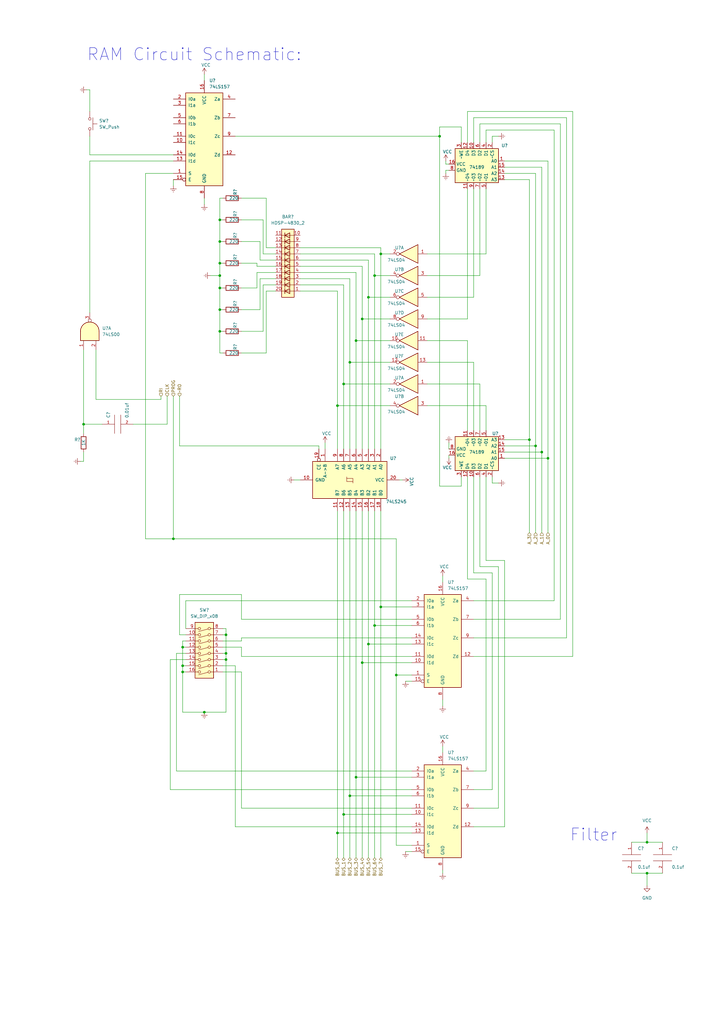
<source format=kicad_sch>
(kicad_sch (version 20211123) (generator eeschema)
  (paper "A3" portrait)
  (lib_symbols
    (symbol "74189_1"
      (property "Reference" "U?" (at -5.08 0 90))
      (property "Value" "74189" (at 2.54 -11.43 90))
      (symbol "74189_1_1_0"
        (pin output line (at 0 0 270) (length 2.54) (name "A0") (number "1"))
        (pin output line (at 7.62 0 270) (length 2.54) (name "A3") (number "13"))
        (pin output line (at 5.08 0 270) (length 2.54) (name "A2") (number "14"))
        (pin output line (at 2.54 0 270) (length 2.54) (name "A1") (number "15"))
        (pin input line (at 1.27 -22.86 90) (length 2.54) (name "VCC") (number "16"))
        (pin input line (at 3.81 -22.86 90) (length 2.54) (name "GND") (number "8"))
      )
      (symbol "74189_1_1_1"
        (pin input line (at -7.62 -12.7 0) (length 2.54) (name "D3") (number "10"))
        (pin output line (at 11.43 -15.24 180) (length 2.54) (name "~04") (number "11"))
        (pin input line (at -7.62 -15.24 0) (length 2.54) (name "D4") (number "12"))
        (pin input line (at -7.62 -5.08 0) (length 2.54) (name "~CS") (number "2"))
        (pin input line (at -7.62 -17.78 0) (length 2.54) (name "~WE") (number "3"))
        (pin input line (at -7.62 -7.62 0) (length 2.54) (name "D1") (number "4"))
        (pin output line (at 11.43 -7.62 180) (length 2.54) (name "~01") (number "5"))
        (pin input line (at -7.62 -10.16 0) (length 2.54) (name "D2") (number "6"))
        (pin output line (at 11.43 -10.16 180) (length 2.54) (name "~02") (number "7"))
        (pin output line (at 11.43 -12.7 180) (length 2.54) (name "~03") (number "9"))
      )
    )
    (symbol "74189_2"
      (property "Reference" "U?" (at -1.27 11.43 90))
      (property "Value" "74189_2" (at 2.54 -11.43 90))
      (symbol "74189_2_1_0"
        (pin output line (at 0 0 270) (length 2.54) (name "A0") (number "1"))
        (pin output line (at 7.62 0 270) (length 2.54) (name "A3") (number "13"))
        (pin output line (at 5.08 0 270) (length 2.54) (name "A2") (number "14"))
        (pin output line (at 2.54 0 270) (length 2.54) (name "A1") (number "15"))
        (pin input line (at 1.27 -22.86 90) (length 2.54) (name "VCC") (number "16"))
        (pin input line (at 3.81 -22.86 90) (length 2.54) (name "GND") (number "8"))
      )
      (symbol "74189_2_1_1"
        (pin input line (at -7.62 -12.7 0) (length 2.54) (name "D3") (number "10"))
        (pin output line (at 11.43 -15.24 180) (length 2.54) (name "~04") (number "11"))
        (pin input line (at -7.62 -15.24 0) (length 2.54) (name "D4") (number "12"))
        (pin input line (at -7.62 -5.08 0) (length 2.54) (name "~CS") (number "2"))
        (pin input line (at -7.62 -17.78 0) (length 2.54) (name "~WE") (number "3"))
        (pin input line (at -7.62 -7.62 0) (length 2.54) (name "D1") (number "4"))
        (pin output line (at 11.43 -7.62 180) (length 2.54) (name "~01") (number "5"))
        (pin input line (at -7.62 -10.16 0) (length 2.54) (name "D2") (number "6"))
        (pin output line (at 11.43 -10.16 180) (length 2.54) (name "~02") (number "7"))
        (pin output line (at 11.43 -12.7 180) (length 2.54) (name "~03") (number "9"))
      )
    )
    (symbol "74LS157_1" (pin_names (offset 1.016))
      (property "Reference" "U?" (at 2.0194 22.86 0))
      (property "Value" "74LS157_1" (at 2.0194 20.32 0))
      (symbol "74LS157_1_1_0"
        (pin input line (at -12.7 -15.24 0) (length 5.08) (name "S") (number "1"))
        (pin input line (at -12.7 -10.16 0) (length 5.08) (name "I1d") (number "10"))
        (pin input line (at -12.7 -7.62 0) (length 5.08) (name "I0d") (number "11"))
        (pin output line (at 12.7 -7.62 180) (length 5.08) (name "Zd") (number "12"))
        (pin input line (at -12.7 -2.54 0) (length 5.08) (name "I1c") (number "13"))
        (pin input line (at -12.7 0 0) (length 5.08) (name "I0c") (number "14"))
        (pin input inverted (at -12.7 -17.78 0) (length 5.08) (name "E") (number "15"))
        (pin power_in line (at 0 22.86 270) (length 5.08) (name "VCC") (number "16"))
        (pin input line (at -12.7 15.24 0) (length 5.08) (name "I0a") (number "2"))
        (pin input line (at -12.7 12.7 0) (length 5.08) (name "I1a") (number "3"))
        (pin output line (at 12.7 15.24 180) (length 5.08) (name "Za") (number "4"))
        (pin input line (at -12.7 7.62 0) (length 5.08) (name "I0b") (number "5"))
        (pin input line (at -12.7 5.08 0) (length 5.08) (name "I1b") (number "6"))
        (pin output line (at 12.7 7.62 180) (length 5.08) (name "Zb") (number "7"))
        (pin power_in line (at 0 -25.4 90) (length 5.08) (name "GND") (number "8"))
        (pin output line (at 12.7 0 180) (length 5.08) (name "Zc") (number "9"))
      )
    )
    (symbol "74xx:74LS00" (pin_names (offset 1.016))
      (property "Reference" "U" (at 0 1.27 0))
      (property "Value" "74LS00" (at 0 -1.27 0))
      (symbol "74LS00_1_1"
        (pin input line (at -7.62 2.54 0) (length 3.81) (name "~") (number "1"))
        (pin input line (at -7.62 -2.54 0) (length 3.81) (name "~") (number "2"))
        (pin output inverted (at 7.62 0 180) (length 3.81) (name "~") (number "3"))
      )
      (symbol "74LS00_1_2"
        (pin input inverted (at -7.62 2.54 0) (length 4.318) (name "~") (number "1"))
        (pin input inverted (at -7.62 -2.54 0) (length 4.318) (name "~") (number "2"))
        (pin output line (at 7.62 0 180) (length 3.81) (name "~") (number "3"))
      )
      (symbol "74LS00_2_1"
        (pin input line (at -7.62 2.54 0) (length 3.81) (name "~") (number "4"))
        (pin input line (at -7.62 -2.54 0) (length 3.81) (name "~") (number "5"))
        (pin output inverted (at 7.62 0 180) (length 3.81) (name "~") (number "6"))
      )
      (symbol "74LS00_2_2"
        (pin input inverted (at -7.62 2.54 0) (length 4.318) (name "~") (number "4"))
        (pin input inverted (at -7.62 -2.54 0) (length 4.318) (name "~") (number "5"))
        (pin output line (at 7.62 0 180) (length 3.81) (name "~") (number "6"))
      )
      (symbol "74LS00_3_1"
        (pin input line (at -7.62 -2.54 0) (length 3.81) (name "~") (number "10"))
        (pin output inverted (at 7.62 0 180) (length 3.81) (name "~") (number "8"))
        (pin input line (at -7.62 2.54 0) (length 3.81) (name "~") (number "9"))
      )
      (symbol "74LS00_3_2"
        (pin input inverted (at -7.62 -2.54 0) (length 4.318) (name "~") (number "10"))
        (pin output line (at 7.62 0 180) (length 3.81) (name "~") (number "8"))
        (pin input inverted (at -7.62 2.54 0) (length 4.318) (name "~") (number "9"))
      )
      (symbol "74LS00_4_1"
        (pin output inverted (at 7.62 0 180) (length 3.81) (name "~") (number "11"))
        (pin input line (at -7.62 2.54 0) (length 3.81) (name "~") (number "12"))
        (pin input line (at -7.62 -2.54 0) (length 3.81) (name "~") (number "13"))
      )
      (symbol "74LS00_4_2"
        (pin output line (at 7.62 0 180) (length 3.81) (name "~") (number "11"))
        (pin input inverted (at -7.62 2.54 0) (length 4.318) (name "~") (number "12"))
        (pin input inverted (at -7.62 -2.54 0) (length 4.318) (name "~") (number "13"))
      )
      (symbol "74LS00_5_0"
        (pin power_in line (at 0 12.7 270) (length 5.08) (name "VCC") (number "14"))
        (pin power_in line (at 0 -12.7 90) (length 5.08) (name "GND") (number "7"))
      )
    )
    (symbol "74xx:74LS04"
      (property "Reference" "U" (at 0 1.27 0))
      (property "Value" "74LS04" (at 0 -1.27 0))
      (symbol "74LS04_1_0"
        (pin input line (at -7.62 0 0) (length 3.81) (name "~") (number "1"))
        (pin output inverted (at 7.62 0 180) (length 3.81) (name "~") (number "2"))
      )
      (symbol "74LS04_2_0"
        (pin input line (at -7.62 0 0) (length 3.81) (name "~") (number "3"))
        (pin output inverted (at 7.62 0 180) (length 3.81) (name "~") (number "4"))
      )
      (symbol "74LS04_3_0"
        (pin input line (at -7.62 0 0) (length 3.81) (name "~") (number "5"))
        (pin output inverted (at 7.62 0 180) (length 3.81) (name "~") (number "6"))
      )
      (symbol "74LS04_4_0"
        (pin output inverted (at 7.62 0 180) (length 3.81) (name "~") (number "8"))
        (pin input line (at -7.62 0 0) (length 3.81) (name "~") (number "9"))
      )
      (symbol "74LS04_5_0"
        (pin output inverted (at 7.62 0 180) (length 3.81) (name "~") (number "10"))
        (pin input line (at -7.62 0 0) (length 3.81) (name "~") (number "11"))
      )
      (symbol "74LS04_6_0"
        (pin output inverted (at 7.62 0 180) (length 3.81) (name "~") (number "12"))
        (pin input line (at -7.62 0 0) (length 3.81) (name "~") (number "13"))
      )
      (symbol "74LS04_7_0"
        (pin power_in line (at 0 12.7 270) (length 5.08) (name "VCC") (number "14"))
        (pin power_in line (at 0 -12.7 90) (length 5.08) (name "GND") (number "7"))
      )
    )
    (symbol "74xx:74LS157" (pin_names (offset 1.016))
      (property "Reference" "U" (at -7.62 19.05 0))
      (property "Value" "74LS157" (at -7.62 -21.59 0))
      (symbol "74LS157_1_0"
        (pin input line (at -12.7 -15.24 0) (length 5.08) (name "S") (number "1"))
        (pin input line (at -12.7 -2.54 0) (length 5.08) (name "I1c") (number "10"))
        (pin input line (at -12.7 0 0) (length 5.08) (name "I0c") (number "11"))
        (pin output line (at 12.7 -7.62 180) (length 5.08) (name "Zd") (number "12"))
        (pin input line (at -12.7 -10.16 0) (length 5.08) (name "I1d") (number "13"))
        (pin input line (at -12.7 -7.62 0) (length 5.08) (name "I0d") (number "14"))
        (pin input inverted (at -12.7 -17.78 0) (length 5.08) (name "E") (number "15"))
        (pin power_in line (at 0 22.86 270) (length 5.08) (name "VCC") (number "16"))
        (pin input line (at -12.7 15.24 0) (length 5.08) (name "I0a") (number "2"))
        (pin input line (at -12.7 12.7 0) (length 5.08) (name "I1a") (number "3"))
        (pin output line (at 12.7 15.24 180) (length 5.08) (name "Za") (number "4"))
        (pin input line (at -12.7 7.62 0) (length 5.08) (name "I0b") (number "5"))
        (pin input line (at -12.7 5.08 0) (length 5.08) (name "I1b") (number "6"))
        (pin output line (at 12.7 7.62 180) (length 5.08) (name "Zb") (number "7"))
        (pin power_in line (at 0 -25.4 90) (length 5.08) (name "GND") (number "8"))
        (pin output line (at 12.7 0 180) (length 5.08) (name "Zc") (number "9"))
      )
    )
    (symbol "74xx:74LS245" (pin_names (offset 1.016))
      (property "Reference" "U" (at -7.62 16.51 0))
      (property "Value" "74LS245" (at -7.62 -16.51 0))
      (symbol "74LS245_1_0"
        (pin input line (at -12.7 -10.16 0) (length 5.08) (name "A->B") (number "1"))
        (pin power_in line (at 0 -20.32 90) (length 5.08) (name "GND") (number "10"))
        (pin tri_state line (at 12.7 -5.08 180) (length 5.08) (name "B7") (number "11"))
        (pin tri_state line (at 12.7 -2.54 180) (length 5.08) (name "B6") (number "12"))
        (pin tri_state line (at 12.7 0 180) (length 5.08) (name "B5") (number "13"))
        (pin tri_state line (at 12.7 2.54 180) (length 5.08) (name "B4") (number "14"))
        (pin tri_state line (at 12.7 5.08 180) (length 5.08) (name "B3") (number "15"))
        (pin tri_state line (at 12.7 7.62 180) (length 5.08) (name "B2") (number "16"))
        (pin tri_state line (at 12.7 10.16 180) (length 5.08) (name "B1") (number "17"))
        (pin tri_state line (at 12.7 12.7 180) (length 5.08) (name "B0") (number "18"))
        (pin input inverted (at -12.7 -12.7 0) (length 5.08) (name "CE") (number "19"))
        (pin tri_state line (at -12.7 12.7 0) (length 5.08) (name "A0") (number "2"))
        (pin power_in line (at 0 20.32 270) (length 5.08) (name "VCC") (number "20"))
        (pin tri_state line (at -12.7 10.16 0) (length 5.08) (name "A1") (number "3"))
        (pin tri_state line (at -12.7 7.62 0) (length 5.08) (name "A2") (number "4"))
        (pin tri_state line (at -12.7 5.08 0) (length 5.08) (name "A3") (number "5"))
        (pin tri_state line (at -12.7 2.54 0) (length 5.08) (name "A4") (number "6"))
        (pin tri_state line (at -12.7 0 0) (length 5.08) (name "A5") (number "7"))
        (pin tri_state line (at -12.7 -2.54 0) (length 5.08) (name "A6") (number "8"))
        (pin tri_state line (at -12.7 -5.08 0) (length 5.08) (name "A7") (number "9"))
      )
    )
    (symbol "Device:R" (pin_numbers hide) (pin_names (offset 0))
      (property "Reference" "R" (at 2.032 0 90))
      (property "Value" "R" (at 0 0 90))
      (symbol "R_1_1"
        (pin passive line (at 0 3.81 270) (length 1.27) (name "~") (number "1"))
        (pin passive line (at 0 -3.81 90) (length 1.27) (name "~") (number "2"))
      )
    )
    (symbol "LED:HDSP-4830_2" (pin_names (offset 1.016) hide)
      (property "Reference" "BAR" (at 0 15.24 0))
      (property "Value" "HDSP-4830_2" (at 0 -17.78 0))
      (symbol "HDSP-4830_2_1_1"
        (pin passive line (at -5.08 10.16 0) (length 2.54) (name "A") (number "1"))
        (pin passive line (at -5.08 -12.7 0) (length 2.54) (name "A") (number "10"))
        (pin passive line (at 5.08 -12.7 180) (length 2.54) (name "K") (number "11"))
        (pin passive line (at 5.08 -10.16 180) (length 2.54) (name "K") (number "12"))
        (pin passive line (at 5.08 -7.62 180) (length 2.54) (name "K") (number "13"))
        (pin passive line (at 5.08 -5.08 180) (length 2.54) (name "K") (number "14"))
        (pin passive line (at 5.08 -2.54 180) (length 2.54) (name "K") (number "15"))
        (pin passive line (at 5.08 0 180) (length 2.54) (name "K") (number "16"))
        (pin passive line (at 5.08 2.54 180) (length 2.54) (name "K") (number "17"))
        (pin passive line (at 5.08 5.08 180) (length 2.54) (name "K") (number "18"))
        (pin passive line (at 5.08 7.62 180) (length 2.54) (name "K") (number "19"))
        (pin passive line (at -5.08 7.62 0) (length 2.54) (name "A") (number "2"))
        (pin passive line (at 5.08 10.16 180) (length 2.54) (name "K") (number "20"))
        (pin passive line (at -5.08 5.08 0) (length 2.54) (name "A") (number "3"))
        (pin passive line (at -5.08 2.54 0) (length 2.54) (name "A") (number "4"))
        (pin passive line (at -5.08 0 0) (length 2.54) (name "A") (number "5"))
        (pin passive line (at -5.08 -2.54 0) (length 2.54) (name "A") (number "6"))
        (pin passive line (at -5.08 -5.08 0) (length 2.54) (name "A") (number "7"))
        (pin passive line (at -5.08 -7.62 0) (length 2.54) (name "A") (number "8"))
        (pin passive line (at -5.08 -10.16 0) (length 2.54) (name "A") (number "9"))
      )
    )
    (symbol "Switch:SW_DIP_x08" (pin_names (offset 0) hide)
      (property "Reference" "SW" (at 0 13.97 0))
      (property "Value" "SW_DIP_x08" (at 0 -11.43 0))
      (symbol "SW_DIP_x08_1_1"
        (pin passive line (at -7.62 10.16 0) (length 5.08) (name "~") (number "1"))
        (pin passive line (at 7.62 -5.08 180) (length 5.08) (name "~") (number "10"))
        (pin passive line (at 7.62 -2.54 180) (length 5.08) (name "~") (number "11"))
        (pin passive line (at 7.62 0 180) (length 5.08) (name "~") (number "12"))
        (pin passive line (at 7.62 2.54 180) (length 5.08) (name "~") (number "13"))
        (pin passive line (at 7.62 5.08 180) (length 5.08) (name "~") (number "14"))
        (pin passive line (at 7.62 7.62 180) (length 5.08) (name "~") (number "15"))
        (pin passive line (at 7.62 10.16 180) (length 5.08) (name "~") (number "16"))
        (pin passive line (at -7.62 7.62 0) (length 5.08) (name "~") (number "2"))
        (pin passive line (at -7.62 5.08 0) (length 5.08) (name "~") (number "3"))
        (pin passive line (at -7.62 2.54 0) (length 5.08) (name "~") (number "4"))
        (pin passive line (at -7.62 0 0) (length 5.08) (name "~") (number "5"))
        (pin passive line (at -7.62 -2.54 0) (length 5.08) (name "~") (number "6"))
        (pin passive line (at -7.62 -5.08 0) (length 5.08) (name "~") (number "7"))
        (pin passive line (at -7.62 -7.62 0) (length 5.08) (name "~") (number "8"))
        (pin passive line (at 7.62 -7.62 180) (length 5.08) (name "~") (number "9"))
      )
    )
    (symbol "Switch:SW_Push" (pin_numbers hide) (pin_names (offset 1.016) hide)
      (property "Reference" "SW" (at 1.27 2.54 0))
      (property "Value" "SW_Push" (at 0 -1.524 0))
      (symbol "SW_Push_0_1"
        (pin passive line (at -5.08 0 0) (length 2.54) (name "1") (number "1"))
        (pin passive line (at 5.08 0 180) (length 2.54) (name "2") (number "2"))
      )
    )
    (symbol "power:Earth" (power) (pin_names (offset 0))
      (symbol "Earth_1_1"
        (pin power_in line (at 0 0 270) (length 0) hide (name "Earth") (number "1"))
      )
    )
    (symbol "power:GND" (power) (pin_names (offset 0))
      (property "Value" "GND" (at 0 -3.81 0))
      (symbol "GND_1_1"
        (pin power_in line (at 0 0 270) (length 0) hide (name "GND") (number "1"))
      )
    )
    (symbol "power:VCC" (power) (pin_names (offset 0))
      (property "Value" "VCC" (at 0 3.81 0))
      (symbol "VCC_1_1"
        (pin power_in line (at 0 0 90) (length 0) hide (name "VCC") (number "1"))
      )
    )
    (symbol "pspice:CAP" (pin_names (offset 0.254))
      (property "Reference" "C" (at 2.54 3.81 90))
      (property "Value" "CAP" (at 2.54 -3.81 90))
      (symbol "CAP_1_1"
        (pin passive line (at 0 6.35 270) (length 5.08) (name "~") (number "1"))
        (pin passive line (at 0 -6.35 90) (length 5.08) (name "~") (number "2"))
      )
    )
  )
  (junction (at 74.93 273.05))
  (junction (at 71.12 220.98))
  (junction (at 148.59 130.81))
  (junction (at 153.67 113.03))
  (junction (at 140.97 334.01))
  (junction (at 224.79 187.96))
  (junction (at 219.71 182.88))
  (junction (at 162.56 276.86))
  (junction (at 151.13 121.92))
  (junction (at 143.51 148.59))
  (junction (at 146.05 139.7))
  (junction (at 90.17 113.03))
  (junction (at 83.82 292.1))
  (junction (at 92.71 267.97))
  (junction (at 143.51 326.39))
  (junction (at 74.93 265.43))
  (junction (at 156.21 104.14))
  (junction (at 92.71 270.51))
  (junction (at 138.43 341.63))
  (junction (at 153.67 256.54))
  (junction (at 156.21 248.92))
  (junction (at 146.05 318.77))
  (junction (at 151.13 264.16))
  (junction (at 265.43 358.14))
  (junction (at 90.17 118.11))
  (junction (at 222.25 185.42))
  (junction (at 90.17 135.89))
  (junction (at 74.93 275.59))
  (junction (at 90.17 99.06))
  (junction (at 90.17 127))
  (junction (at 140.97 157.48))
  (junction (at 90.17 107.95))
  (junction (at 92.71 260.35))
  (junction (at 217.17 180.34))
  (junction (at 138.43 166.37))
  (junction (at 90.17 90.17))
  (junction (at 180.34 55.88))
  (junction (at 265.43 345.44))
  (junction (at 148.59 271.78))
  (junction (at 34.29 173.99))
  (wire (pts (xy 74.93 275.59) (xy 74.93 292.1)))
  (wire (pts (xy 76.2 275.59) (xy 74.93 275.59)))
  (wire (pts (xy 265.43 358.14) (xy 271.78 358.14)))
  (wire (pts (xy 71.12 63.5) (xy 36.83 63.5)))
  (wire (pts (xy 74.93 265.43) (xy 74.93 273.05)))
  (wire (pts (xy 201.93 58.42) (xy 201.93 55.88)))
  (wire (pts (xy 105.41 118.11) (xy 99.06 118.11)))
  (wire (pts (xy 184.15 186.69) (xy 184.15 187.96)))
  (wire (pts (xy 90.17 113.03) (xy 86.36 113.03)))
  (wire (pts (xy 76.2 273.05) (xy 74.93 273.05)))
  (wire (pts (xy 207.01 68.58) (xy 222.25 68.58)))
  (wire (pts (xy 90.17 135.89) (xy 91.44 135.89)))
  (wire (pts (xy 109.22 119.38) (xy 113.03 119.38)))
  (wire (pts (xy 196.85 77.47) (xy 196.85 113.03)))
  (wire (pts (xy 90.17 99.06) (xy 91.44 99.06)))
  (wire (pts (xy 72.39 267.97) (xy 76.2 267.97)))
  (wire (pts (xy 180.34 52.07) (xy 180.34 55.88)))
  (wire (pts (xy 90.17 90.17) (xy 90.17 81.28)))
  (wire (pts (xy 160.02 157.48) (xy 140.97 157.48)))
  (wire (pts (xy 156.21 209.55) (xy 156.21 248.92)))
  (wire (pts (xy 219.71 182.88) (xy 219.71 218.44)))
  (wire (pts (xy 191.77 130.81) (xy 175.26 130.81)))
  (wire (pts (xy 191.77 139.7) (xy 175.26 139.7)))
  (wire (pts (xy 106.68 106.68) (xy 106.68 99.06)))
  (wire (pts (xy 71.12 220.98) (xy 162.56 220.98)))
  (wire (pts (xy 153.67 113.03) (xy 153.67 184.15)))
  (wire (pts (xy 106.68 99.06) (xy 99.06 99.06)))
  (wire (pts (xy 91.44 270.51) (xy 92.71 270.51)))
  (wire (pts (xy 160.02 139.7) (xy 146.05 139.7)))
  (wire (pts (xy 91.44 144.78) (xy 90.17 144.78)))
  (wire (pts (xy 182.88 67.31) (xy 182.88 66.04)))
  (wire (pts (xy 271.78 345.44) (xy 265.43 345.44)))
  (wire (pts (xy 265.43 345.44) (xy 259.08 345.44)))
  (wire (pts (xy 199.39 237.49) (xy 199.39 316.23)))
  (wire (pts (xy 194.31 254) (xy 229.87 254)))
  (wire (pts (xy 90.17 107.95) (xy 90.17 99.06)))
  (wire (pts (xy 201.93 234.95) (xy 201.93 323.85)))
  (wire (pts (xy 123.19 119.38) (xy 138.43 119.38)))
  (wire (pts (xy 59.69 71.12) (xy 59.69 220.98)))
  (wire (pts (xy 148.59 271.78) (xy 148.59 351.79)))
  (wire (pts (xy 181.61 236.22) (xy 181.61 238.76)))
  (wire (pts (xy 194.31 148.59) (xy 175.26 148.59)))
  (wire (pts (xy 194.31 234.95) (xy 201.93 234.95)))
  (wire (pts (xy 138.43 166.37) (xy 160.02 166.37)))
  (wire (pts (xy 71.12 71.12) (xy 59.69 71.12)))
  (wire (pts (xy 69.85 270.51) (xy 69.85 323.85)))
  (wire (pts (xy 224.79 66.04) (xy 224.79 187.96)))
  (wire (pts (xy 153.67 256.54) (xy 168.91 256.54)))
  (wire (pts (xy 182.88 69.85) (xy 182.88 71.12)))
  (wire (pts (xy 123.19 114.3) (xy 143.51 114.3)))
  (wire (pts (xy 181.61 287.02) (xy 181.61 289.56)))
  (wire (pts (xy 194.31 246.38) (xy 227.33 246.38)))
  (wire (pts (xy 99.06 261.62) (xy 99.06 262.89)))
  (wire (pts (xy 168.91 276.86) (xy 162.56 276.86)))
  (wire (pts (xy 90.17 127) (xy 90.17 118.11)))
  (wire (pts (xy 160.02 148.59) (xy 143.51 148.59)))
  (wire (pts (xy 59.69 220.98) (xy 71.12 220.98)))
  (wire (pts (xy 99.06 275.59) (xy 99.06 331.47)))
  (wire (pts (xy 91.44 262.89) (xy 99.06 262.89)))
  (wire (pts (xy 189.23 52.07) (xy 180.34 52.07)))
  (wire (pts (xy 151.13 121.92) (xy 151.13 184.15)))
  (wire (pts (xy 196.85 58.42) (xy 196.85 50.8)))
  (wire (pts (xy 196.85 176.53) (xy 196.85 157.48)))
  (wire (pts (xy 207.01 339.09) (xy 194.31 339.09)))
  (wire (pts (xy 138.43 341.63) (xy 138.43 351.79)))
  (wire (pts (xy 199.39 176.53) (xy 199.39 166.37)))
  (wire (pts (xy 204.47 331.47) (xy 194.31 331.47)))
  (wire (pts (xy 168.91 261.62) (xy 99.06 261.62)))
  (wire (pts (xy 72.39 316.23) (xy 72.39 267.97)))
  (wire (pts (xy 140.97 116.84) (xy 140.97 157.48)))
  (wire (pts (xy 73.66 162.56) (xy 73.66 182.88)))
  (wire (pts (xy 120.65 196.85) (xy 123.19 196.85)))
  (wire (pts (xy 73.66 260.35) (xy 76.2 260.35)))
  (wire (pts (xy 133.35 181.61) (xy 133.35 184.15)))
  (wire (pts (xy 148.59 130.81) (xy 148.59 184.15)))
  (wire (pts (xy 36.83 36.83) (xy 35.56 36.83)))
  (wire (pts (xy 143.51 326.39) (xy 168.91 326.39)))
  (wire (pts (xy 153.67 256.54) (xy 153.67 351.79)))
  (wire (pts (xy 146.05 209.55) (xy 146.05 318.77)))
  (wire (pts (xy 194.31 195.58) (xy 194.31 234.95)))
  (wire (pts (xy 184.15 181.61) (xy 184.15 184.15)))
  (wire (pts (xy 34.29 189.23) (xy 33.02 189.23)))
  (wire (pts (xy 207.01 180.34) (xy 217.17 180.34)))
  (wire (pts (xy 191.77 58.42) (xy 191.77 45.72)))
  (wire (pts (xy 96.52 55.88) (xy 180.34 55.88)))
  (wire (pts (xy 34.29 185.42) (xy 34.29 189.23)))
  (wire (pts (xy 113.03 109.22) (xy 105.41 109.22)))
  (wire (pts (xy 156.21 104.14) (xy 156.21 184.15)))
  (wire (pts (xy 181.61 306.07) (xy 181.61 308.61)))
  (wire (pts (xy 265.43 358.14) (xy 265.43 363.22)))
  (wire (pts (xy 138.43 166.37) (xy 138.43 184.15)))
  (wire (pts (xy 148.59 209.55) (xy 148.59 271.78)))
  (wire (pts (xy 199.39 58.42) (xy 199.39 53.34)))
  (wire (pts (xy 96.52 273.05) (xy 96.52 339.09)))
  (wire (pts (xy 34.29 173.99) (xy 34.29 177.8)))
  (wire (pts (xy 217.17 73.66) (xy 217.17 180.34)))
  (wire (pts (xy 91.44 267.97) (xy 92.71 267.97)))
  (wire (pts (xy 90.17 118.11) (xy 91.44 118.11)))
  (wire (pts (xy 227.33 53.34) (xy 227.33 246.38)))
  (wire (pts (xy 99.06 331.47) (xy 168.91 331.47)))
  (wire (pts (xy 90.17 135.89) (xy 90.17 127)))
  (wire (pts (xy 71.12 73.66) (xy 71.12 76.2)))
  (wire (pts (xy 229.87 50.8) (xy 229.87 254)))
  (wire (pts (xy 109.22 81.28) (xy 99.06 81.28)))
  (wire (pts (xy 92.71 292.1) (xy 92.71 270.51)))
  (wire (pts (xy 99.06 127) (xy 106.68 127)))
  (wire (pts (xy 36.83 45.72) (xy 36.83 36.83)))
  (wire (pts (xy 123.19 106.68) (xy 151.13 106.68)))
  (wire (pts (xy 148.59 109.22) (xy 148.59 130.81)))
  (wire (pts (xy 265.43 341.63) (xy 265.43 345.44)))
  (wire (pts (xy 113.03 111.76) (xy 105.41 111.76)))
  (wire (pts (xy 180.34 199.39) (xy 189.23 199.39)))
  (wire (pts (xy 69.85 323.85) (xy 168.91 323.85)))
  (wire (pts (xy 83.82 81.28) (xy 83.82 83.82)))
  (wire (pts (xy 184.15 69.85) (xy 182.88 69.85)))
  (wire (pts (xy 199.39 166.37) (xy 175.26 166.37)))
  (wire (pts (xy 109.22 101.6) (xy 109.22 81.28)))
  (wire (pts (xy 222.25 185.42) (xy 222.25 218.44)))
  (wire (pts (xy 199.39 77.47) (xy 199.39 104.14)))
  (wire (pts (xy 162.56 220.98) (xy 162.56 276.86)))
  (wire (pts (xy 163.83 196.85) (xy 165.1 196.85)))
  (wire (pts (xy 191.77 77.47) (xy 191.77 130.81)))
  (wire (pts (xy 99.06 265.43) (xy 91.44 265.43)))
  (wire (pts (xy 92.71 260.35) (xy 91.44 260.35)))
  (wire (pts (xy 189.23 199.39) (xy 189.23 195.58)))
  (wire (pts (xy 207.01 66.04) (xy 224.79 66.04)))
  (wire (pts (xy 199.39 316.23) (xy 194.31 316.23)))
  (wire (pts (xy 151.13 209.55) (xy 151.13 264.16)))
  (wire (pts (xy 113.03 101.6) (xy 109.22 101.6)))
  (wire (pts (xy 168.91 254) (xy 99.06 254)))
  (wire (pts (xy 191.77 237.49) (xy 199.39 237.49)))
  (wire (pts (xy 194.31 121.92) (xy 175.26 121.92)))
  (wire (pts (xy 71.12 66.04) (xy 36.83 66.04)))
  (wire (pts (xy 217.17 180.34) (xy 217.17 218.44)))
  (wire (pts (xy 153.67 113.03) (xy 160.02 113.03)))
  (wire (pts (xy 107.95 135.89) (xy 107.95 116.84)))
  (wire (pts (xy 140.97 334.01) (xy 168.91 334.01)))
  (wire (pts (xy 196.85 195.58) (xy 196.85 232.41)))
  (wire (pts (xy 71.12 162.56) (xy 71.12 220.98)))
  (wire (pts (xy 39.37 163.83) (xy 66.04 163.83)))
  (wire (pts (xy 54.61 173.99) (xy 68.58 173.99)))
  (wire (pts (xy 180.34 55.88) (xy 180.34 199.39)))
  (wire (pts (xy 99.06 243.84) (xy 73.66 243.84)))
  (wire (pts (xy 143.51 114.3) (xy 143.51 148.59)))
  (wire (pts (xy 184.15 67.31) (xy 182.88 67.31)))
  (wire (pts (xy 73.66 182.88) (xy 130.81 182.88)))
  (wire (pts (xy 153.67 104.14) (xy 153.67 113.03)))
  (wire (pts (xy 143.51 148.59) (xy 143.51 184.15)))
  (wire (pts (xy 156.21 248.92) (xy 168.91 248.92)))
  (wire (pts (xy 153.67 209.55) (xy 153.67 256.54)))
  (wire (pts (xy 123.19 101.6) (xy 156.21 101.6)))
  (wire (pts (xy 90.17 107.95) (xy 91.44 107.95)))
  (wire (pts (xy 130.81 182.88) (xy 130.81 184.15)))
  (wire (pts (xy 83.82 292.1) (xy 92.71 292.1)))
  (wire (pts (xy 201.93 55.88) (xy 204.47 55.88)))
  (wire (pts (xy 92.71 270.51) (xy 92.71 267.97)))
  (wire (pts (xy 148.59 271.78) (xy 168.91 271.78)))
  (wire (pts (xy 90.17 90.17) (xy 91.44 90.17)))
  (wire (pts (xy 99.06 254) (xy 99.06 243.84)))
  (wire (pts (xy 74.93 273.05) (xy 74.93 275.59)))
  (wire (pts (xy 91.44 273.05) (xy 96.52 273.05)))
  (wire (pts (xy 90.17 113.03) (xy 90.17 107.95)))
  (wire (pts (xy 196.85 232.41) (xy 204.47 232.41)))
  (wire (pts (xy 162.56 276.86) (xy 162.56 346.71)))
  (wire (pts (xy 222.25 68.58) (xy 222.25 185.42)))
  (wire (pts (xy 162.56 346.71) (xy 168.91 346.71)))
  (wire (pts (xy 207.01 185.42) (xy 222.25 185.42)))
  (wire (pts (xy 107.95 116.84) (xy 113.03 116.84)))
  (wire (pts (xy 151.13 106.68) (xy 151.13 121.92)))
  (wire (pts (xy 181.61 356.87) (xy 181.61 358.14)))
  (wire (pts (xy 207.01 229.87) (xy 207.01 339.09)))
  (wire (pts (xy 99.06 144.78) (xy 109.22 144.78)))
  (wire (pts (xy 156.21 248.92) (xy 156.21 351.79)))
  (wire (pts (xy 151.13 264.16) (xy 168.91 264.16)))
  (wire (pts (xy 74.93 265.43) (xy 76.2 265.43)))
  (wire (pts (xy 194.31 261.62) (xy 232.41 261.62)))
  (wire (pts (xy 168.91 246.38) (xy 76.2 246.38)))
  (wire (pts (xy 76.2 246.38) (xy 76.2 257.81)))
  (wire (pts (xy 201.93 198.12) (xy 204.47 198.12)))
  (wire (pts (xy 199.39 53.34) (xy 227.33 53.34)))
  (wire (pts (xy 36.83 63.5) (xy 36.83 55.88)))
  (wire (pts (xy 140.97 116.84) (xy 123.19 116.84)))
  (wire (pts (xy 96.52 339.09) (xy 168.91 339.09)))
  (wire (pts (xy 109.22 144.78) (xy 109.22 119.38)))
  (wire (pts (xy 143.51 209.55) (xy 143.51 326.39)))
  (wire (pts (xy 207.01 73.66) (xy 217.17 73.66)))
  (wire (pts (xy 168.91 279.4) (xy 166.37 279.4)))
  (wire (pts (xy 207.01 187.96) (xy 224.79 187.96)))
  (wire (pts (xy 201.93 195.58) (xy 201.93 198.12)))
  (wire (pts (xy 140.97 209.55) (xy 140.97 334.01)))
  (wire (pts (xy 194.31 323.85) (xy 201.93 323.85)))
  (wire (pts (xy 146.05 318.77) (xy 146.05 351.79)))
  (wire (pts (xy 234.95 45.72) (xy 234.95 269.24)))
  (wire (pts (xy 107.95 104.14) (xy 107.95 90.17)))
  (wire (pts (xy 91.44 275.59) (xy 99.06 275.59)))
  (wire (pts (xy 105.41 109.22) (xy 105.41 107.95)))
  (wire (pts (xy 146.05 318.77) (xy 168.91 318.77)))
  (wire (pts (xy 168.91 316.23) (xy 72.39 316.23)))
  (wire (pts (xy 140.97 157.48) (xy 140.97 184.15)))
  (wire (pts (xy 36.83 66.04) (xy 36.83 128.27)))
  (wire (pts (xy 76.2 270.51) (xy 69.85 270.51)))
  (wire (pts (xy 156.21 101.6) (xy 156.21 104.14)))
  (wire (pts (xy 232.41 261.62) (xy 232.41 48.26)))
  (wire (pts (xy 156.21 104.14) (xy 160.02 104.14)))
  (wire (pts (xy 83.82 30.48) (xy 83.82 33.02)))
  (wire (pts (xy 92.71 267.97) (xy 92.71 260.35)))
  (wire (pts (xy 92.71 257.81) (xy 91.44 257.81)))
  (wire (pts (xy 194.31 48.26) (xy 194.31 58.42)))
  (wire (pts (xy 146.05 139.7) (xy 146.05 184.15)))
  (wire (pts (xy 204.47 232.41) (xy 204.47 331.47)))
  (wire (pts (xy 199.39 195.58) (xy 199.39 229.87)))
  (wire (pts (xy 92.71 257.81) (xy 92.71 260.35)))
  (wire (pts (xy 105.41 107.95) (xy 99.06 107.95)))
  (wire (pts (xy 39.37 163.83) (xy 39.37 143.51)))
  (wire (pts (xy 34.29 173.99) (xy 41.91 173.99)))
  (wire (pts (xy 90.17 118.11) (xy 90.17 113.03)))
  (wire (pts (xy 191.77 195.58) (xy 191.77 237.49)))
  (wire (pts (xy 73.66 243.84) (xy 73.66 260.35)))
  (wire (pts (xy 68.58 162.56) (xy 68.58 173.99)))
  (wire (pts (xy 199.39 104.14) (xy 175.26 104.14)))
  (wire (pts (xy 191.77 176.53) (xy 191.77 139.7)))
  (wire (pts (xy 34.29 143.51) (xy 34.29 173.99)))
  (wire (pts (xy 168.91 349.25) (xy 166.37 349.25)))
  (wire (pts (xy 123.19 109.22) (xy 148.59 109.22)))
  (wire (pts (xy 138.43 209.55) (xy 138.43 341.63)))
  (wire (pts (xy 207.01 71.12) (xy 219.71 71.12)))
  (wire (pts (xy 199.39 229.87) (xy 207.01 229.87)))
  (wire (pts (xy 90.17 81.28) (xy 91.44 81.28)))
  (wire (pts (xy 123.19 104.14) (xy 153.67 104.14)))
  (wire (pts (xy 194.31 77.47) (xy 194.31 121.92)))
  (wire (pts (xy 107.95 90.17) (xy 99.06 90.17)))
  (wire (pts (xy 99.06 269.24) (xy 99.06 265.43)))
  (wire (pts (xy 196.85 113.03) (xy 175.26 113.03)))
  (wire (pts (xy 196.85 50.8) (xy 229.87 50.8)))
  (wire (pts (xy 90.17 127) (xy 91.44 127)))
  (wire (pts (xy 146.05 111.76) (xy 146.05 139.7)))
  (wire (pts (xy 207.01 182.88) (xy 219.71 182.88)))
  (wire (pts (xy 259.08 358.14) (xy 265.43 358.14)))
  (wire (pts (xy 232.41 48.26) (xy 194.31 48.26)))
  (wire (pts (xy 113.03 106.68) (xy 106.68 106.68)))
  (wire (pts (xy 194.31 269.24) (xy 234.95 269.24)))
  (wire (pts (xy 76.2 262.89) (xy 74.93 262.89)))
  (wire (pts (xy 113.03 104.14) (xy 107.95 104.14)))
  (wire (pts (xy 219.71 71.12) (xy 219.71 182.88)))
  (wire (pts (xy 106.68 114.3) (xy 113.03 114.3)))
  (wire (pts (xy 194.31 176.53) (xy 194.31 148.59)))
  (wire (pts (xy 74.93 262.89) (xy 74.93 265.43)))
  (wire (pts (xy 74.93 292.1) (xy 83.82 292.1)))
  (wire (pts (xy 123.19 111.76) (xy 146.05 111.76)))
  (wire (pts (xy 224.79 187.96) (xy 224.79 218.44)))
  (wire (pts (xy 168.91 341.63) (xy 138.43 341.63)))
  (wire (pts (xy 191.77 45.72) (xy 234.95 45.72)))
  (wire (pts (xy 189.23 52.07) (xy 189.23 58.42)))
  (wire (pts (xy 160.02 121.92) (xy 151.13 121.92)))
  (wire (pts (xy 138.43 119.38) (xy 138.43 166.37)))
  (wire (pts (xy 99.06 135.89) (xy 107.95 135.89)))
  (wire (pts (xy 168.91 269.24) (xy 99.06 269.24)))
  (wire (pts (xy 106.68 127) (xy 106.68 114.3)))
  (wire (pts (xy 151.13 264.16) (xy 151.13 351.79)))
  (wire (pts (xy 196.85 157.48) (xy 175.26 157.48)))
  (wire (pts (xy 140.97 334.01) (xy 140.97 351.79)))
  (wire (pts (xy 66.04 163.83) (xy 66.04 162.56)))
  (wire (pts (xy 105.41 111.76) (xy 105.41 118.11)))
  (wire (pts (xy 148.59 130.81) (xy 160.02 130.81)))
  (wire (pts (xy 90.17 144.78) (xy 90.17 135.89)))
  (wire (pts (xy 90.17 99.06) (xy 90.17 90.17)))
  (wire (pts (xy 143.51 326.39) (xy 143.51 351.79)))
  (text "RAM Circuit Schematic:" (at 35.56 25.4 0) (effects (font (size 5 5)) (justify left bottom)))
  (text "Filter" (at 233.68 345.44 0) (effects (font (size 5 5)) (justify left bottom)))
  (hierarchical_label "BUS_4" (shape bidirectional) (at 148.59 351.79 270))
  (hierarchical_label "~RO" (shape input) (at 73.66 162.56 90))
  (hierarchical_label "BUS_2" (shape bidirectional) (at 143.51 351.79 270))
  (hierarchical_label "A_2" (shape input) (at 219.71 218.44 270))
  (hierarchical_label "A_0" (shape input) (at 224.79 218.44 270))
  (hierarchical_label "PROG" (shape input) (at 71.12 162.56 90))
  (hierarchical_label "BUS_3" (shape bidirectional) (at 146.05 351.79 270))
  (hierarchical_label "RI" (shape input) (at 66.04 162.56 90))
  (hierarchical_label "CLK" (shape input) (at 68.58 162.56 90))
  (hierarchical_label "BUS_0" (shape bidirectional) (at 138.43 351.79 270))
  (hierarchical_label "BUS_6" (shape bidirectional) (at 153.67 351.79 270))
  (hierarchical_label "BUS_1" (shape bidirectional) (at 140.97 351.79 270))
  (hierarchical_label "A_1" (shape input) (at 222.25 218.44 270))
  (hierarchical_label "A_3" (shape input) (at 217.17 218.44 270))
  (hierarchical_label "BUS_7" (shape bidirectional) (at 156.21 351.79 270))
  (hierarchical_label "BUS_5" (shape bidirectional) (at 151.13 351.79 270))
  (symbol (lib_id "pspice:CAP") (at 259.08 351.79 0) (unit 1)
    (property "Reference" "C?" (at 261.62 347.98 0) (effects (justify left)))
    (property "Value" "0.1uf" (at 261.62 355.6 0) (effects (justify left)))
    (property "Footprint" "Capacitor_THT:C_Disc_D5.0mm_W2.5mm_P2.50mm" (effects hide))
  )
  (symbol (lib_id "pspice:CAP") (at 271.78 351.79 0) (unit 1)
    (property "Reference" "C?" (at 275.59 347.98 0) (effects (justify left)))
    (property "Value" "0.1uf" (at 275.59 355.6 0) (effects (justify left)))
    (property "Footprint" "Capacitor_THT:C_Disc_D5.0mm_W2.5mm_P2.50mm" (effects hide))
  )
  (symbol (lib_id "power:Earth") (at 204.47 55.88 90) (unit 1)
    (property "Reference" "#PWR?" (effects hide))
    (property "Value" "Earth" (effects hide))
  )
  (symbol (lib_id "power:Earth") (at 83.82 292.1 0) (unit 1)
    (property "Reference" "#PWR?" (effects hide))
    (property "Value" "Earth" (effects hide))
  )
  (symbol (lib_id "74xx:74LS04") (at 167.64 104.14 180) (unit 1)
    (property "Reference" "U?" (at 163.83 101.6 0))
    (property "Value" "74LS04" (at 162.56 106.68 0))
    (property "Footprint" "Package_DIP:DIP-14_W7.62mm" (effects hide))
    (property "Datasheet" "http://www.ti.com/lit/gpn/sn74LS04" (effects hide))
  )
  (symbol (lib_name "74189_2") (lib_id "RAM_Library:74189") (at 207.01 187.96 270) (mirror x) (unit 1)
    (property "Reference" "U?" (at 203.2 177.8 90))
    (property "Value" "74189" (at 195.58 185.42 90))
    (property "Footprint" "Package_DIP:DIP-16_W7.62mm" (effects hide))
  )
  (symbol (lib_id "Device:R") (at 95.25 107.95 90) (unit 1)
    (property "Reference" "R?" (at 96.52 104.14 0) (effects (justify right)))
    (property "Value" "220" (at 93.98 107.95 90) (effects (justify right)))
    (property "Footprint" "Resistor_THT:R_Axial_DIN0204_L3.6mm_D1.6mm_P5.08mm_Horizontal" (effects hide))
  )
  (symbol (lib_id "74xx:74LS04") (at 167.64 157.48 180) (unit 1)
    (property "Reference" "U?" (at 163.83 154.94 0))
    (property "Value" "74LS04" (at 162.56 160.02 0))
    (property "Footprint" "Package_DIP:DIP-14_W7.62mm" (effects hide))
    (property "Datasheet" "http://www.ti.com/lit/gpn/sn74LS04" (effects hide))
  )
  (symbol (lib_id "74xx:74LS04") (at 167.64 166.37 180) (unit 2)
    (property "Reference" "U?" (at 163.83 162.56 0))
    (property "Value" "74LS04" (at 162.56 168.91 0))
    (property "Footprint" "Package_DIP:DIP-14_W7.62mm" (effects hide))
    (property "Datasheet" "http://www.ti.com/lit/gpn/sn74LS04" (effects hide))
  )
  (symbol (lib_id "power:VCC") (at 184.15 187.96 180) (unit 1)
    (property "Reference" "#PWR?" (effects hide))
    (property "Value" "VCC" (at 185.42 191.77 0) (effects (justify left)))
  )
  (symbol (lib_id "74xx:74LS157") (at 83.82 55.88 0) (unit 1)
    (property "Reference" "U?" (at 85.8394 33.02 0) (effects (justify left)))
    (property "Value" "74LS157" (at 85.8394 35.56 0) (effects (justify left)))
    (property "Footprint" "Package_DIP:DIP-16_W7.62mm" (effects hide))
    (property "Datasheet" "http://www.ti.com/lit/gpn/sn74LS157" (effects hide))
  )
  (symbol (lib_id "Device:R") (at 95.25 144.78 90) (unit 1)
    (property "Reference" "R?" (at 96.52 140.97 0) (effects (justify right)))
    (property "Value" "220" (at 93.98 144.78 90) (effects (justify right)))
    (property "Footprint" "Resistor_THT:R_Axial_DIN0204_L3.6mm_D1.6mm_P5.08mm_Horizontal" (effects hide))
  )
  (symbol (lib_name "74189_1") (lib_id "RAM_Library:74189") (at 207.01 66.04 270) (unit 1)
    (property "Reference" "U?" (at 207.01 59.69 90))
    (property "Value" "74189" (at 195.58 68.58 90))
    (property "Footprint" "Package_DIP:DIP-16_W7.62mm" (effects hide))
  )
  (symbol (lib_id "power:VCC") (at 181.61 306.07 0) (unit 1)
    (property "Reference" "#PWR?" (effects hide))
    (property "Value" "VCC" (at 180.34 302.26 0) (effects (justify left)))
  )
  (symbol (lib_id "74xx:74LS04") (at 167.64 139.7 180) (unit 5)
    (property "Reference" "U?" (at 163.83 137.16 0))
    (property "Value" "74LS04" (at 162.56 142.24 0))
    (property "Footprint" "Package_DIP:DIP-14_W7.62mm" (effects hide))
    (property "Datasheet" "http://www.ti.com/lit/gpn/sn74LS04" (effects hide))
  )
  (symbol (lib_id "74xx:74LS00") (at 36.83 135.89 90) (unit 1)
    (property "Reference" "U?" (at 41.91 134.6199 90) (effects (justify right)))
    (property "Value" "74LS00" (at 41.91 137.1599 90) (effects (justify right)))
    (property "Footprint" "Package_DIP:DIP-14_W7.62mm" (effects hide))
    (property "Datasheet" "http://www.ti.com/lit/gpn/sn74ls00" (effects hide))
  )
  (symbol (lib_id "Device:R") (at 95.25 127 90) (unit 1)
    (property "Reference" "R?" (at 96.52 123.19 0) (effects (justify right)))
    (property "Value" "220" (at 93.98 127 90) (effects (justify right)))
    (property "Footprint" "Resistor_THT:R_Axial_DIN0204_L3.6mm_D1.6mm_P5.08mm_Horizontal" (effects hide))
  )
  (symbol (lib_id "power:VCC") (at 83.82 30.48 0) (unit 1)
    (property "Reference" "#PWR?" (effects hide))
    (property "Value" "VCC" (at 82.55 26.67 0) (effects (justify left)))
  )
  (symbol (lib_id "Device:R") (at 95.25 90.17 90) (unit 1)
    (property "Reference" "R?" (at 96.52 86.36 0) (effects (justify right)))
    (property "Value" "220" (at 93.98 90.17 90) (effects (justify right)))
    (property "Footprint" "Resistor_THT:R_Axial_DIN0204_L3.6mm_D1.6mm_P5.08mm_Horizontal" (effects hide))
  )
  (symbol (lib_id "Device:R") (at 95.25 81.28 90) (unit 1)
    (property "Reference" "R?" (at 96.52 77.47 0) (effects (justify right)))
    (property "Value" "220" (at 93.98 81.28 90) (effects (justify right)))
    (property "Footprint" "Resistor_THT:R_Axial_DIN0204_L3.6mm_D1.6mm_P5.08mm_Horizontal" (effects hide))
  )
  (symbol (lib_id "power:Earth") (at 71.12 76.2 0) (unit 1)
    (property "Reference" "#PWR?" (effects hide))
    (property "Value" "Earth" (effects hide))
  )
  (symbol (lib_id "power:Earth") (at 204.47 198.12 90) (unit 1)
    (property "Reference" "#PWR?" (effects hide))
    (property "Value" "Earth" (effects hide))
  )
  (symbol (lib_id "power:Earth") (at 166.37 279.4 0) (unit 1)
    (property "Reference" "#PWR?" (effects hide))
    (property "Value" "Earth" (effects hide))
  )
  (symbol (lib_id "74xx:74LS04") (at 167.64 130.81 180) (unit 4)
    (property "Reference" "U?" (at 163.83 128.27 0))
    (property "Value" "74LS04" (at 162.56 133.35 0))
    (property "Footprint" "Package_DIP:DIP-14_W7.62mm" (effects hide))
    (property "Datasheet" "http://www.ti.com/lit/gpn/sn74LS04" (effects hide))
  )
  (symbol (lib_id "power:Earth") (at 166.37 349.25 0) (unit 1)
    (property "Reference" "#PWR?" (effects hide))
    (property "Value" "Earth" (effects hide))
  )
  (symbol (lib_id "Switch:SW_DIP_x08") (at 83.82 265.43 180) (unit 1)
    (property "Reference" "SW?" (at 83.82 250.19 0))
    (property "Value" "SW_DIP_x08" (at 83.82 252.73 0))
  )
  (symbol (lib_id "power:Earth") (at 184.15 181.61 180) (unit 1)
    (property "Reference" "#PWR?" (effects hide))
    (property "Value" "Earth" (effects hide))
  )
  (symbol (lib_name "74LS157_1") (lib_id "74xx:74LS157") (at 181.61 261.62 0) (unit 1)
    (property "Reference" "U?" (at 183.6294 238.76 0) (effects (justify left)))
    (property "Value" "74LS157" (at 183.6294 241.3 0) (effects (justify left)))
    (property "Footprint" "Package_DIP:DIP-16_W7.62mm" (effects hide))
    (property "Datasheet" "http://www.ti.com/lit/gpn/sn74LS157" (effects hide))
  )
  (symbol (lib_id "74xx:74LS157") (at 181.61 331.47 0) (unit 1)
    (property "Reference" "U?" (at 183.6294 308.61 0) (effects (justify left)))
    (property "Value" "74LS157" (at 183.6294 311.15 0) (effects (justify left)))
    (property "Footprint" "Package_DIP:DIP-16_W7.62mm" (effects hide))
    (property "Datasheet" "http://www.ti.com/lit/gpn/sn74LS157" (effects hide))
  )
  (symbol (lib_id "power:GND") (at 265.43 363.22 0) (unit 1)
    (property "Reference" "#PWR?" (effects hide))
    (property "Value" "GND" (at 265.43 368.3 0))
  )
  (symbol (lib_id "power:VCC") (at 133.35 181.61 0) (unit 1)
    (property "Reference" "#PWR?" (effects hide))
    (property "Value" "VCC" (at 132.08 177.8 0) (effects (justify left)))
  )
  (symbol (lib_id "power:Earth") (at 33.02 189.23 270) (unit 1)
    (property "Reference" "#PWR?" (effects hide))
    (property "Value" "Earth" (effects hide))
  )
  (symbol (lib_id "pspice:CAP") (at 48.26 173.99 90) (unit 1)
    (property "Reference" "C?" (at 44.45 171.45 0) (effects (justify left)))
    (property "Value" "0.01uf" (at 52.07 171.45 0) (effects (justify left)))
    (property "Footprint" "Capacitor_THT:C_Disc_D5.0mm_W2.5mm_P2.50mm" (effects hide))
  )
  (symbol (lib_id "power:VCC") (at 165.1 196.85 270) (unit 1)
    (property "Reference" "#PWR?" (effects hide))
    (property "Value" "VCC" (at 168.91 195.58 0) (effects (justify left)))
  )
  (symbol (lib_id "74xx:74LS04") (at 167.64 113.03 180) (unit 2)
    (property "Reference" "U?" (at 163.83 110.49 0))
    (property "Value" "74LS04" (at 162.56 115.57 0))
    (property "Footprint" "Package_DIP:DIP-14_W7.62mm" (effects hide))
    (property "Datasheet" "http://www.ti.com/lit/gpn/sn74LS04" (effects hide))
  )
  (symbol (lib_id "Device:R") (at 34.29 181.61 180) (unit 1)
    (property "Reference" "R?" (at 30.48 180.34 0) (effects (justify right)))
    (property "Value" "1K" (at 34.29 182.88 90) (effects (justify right)))
    (property "Footprint" "Resistor_THT:R_Axial_DIN0204_L3.6mm_D1.6mm_P5.08mm_Horizontal" (effects hide))
  )
  (symbol (lib_id "power:Earth") (at 181.61 289.56 0) (unit 1)
    (property "Reference" "#PWR?" (effects hide))
    (property "Value" "Earth" (effects hide))
  )
  (symbol (lib_id "74xx:74LS245") (at 143.51 196.85 270) (unit 1)
    (property "Reference" "U?" (at 161.29 187.96 90))
    (property "Value" "74LS245" (at 162.56 205.74 90))
    (property "Footprint" "Package_DIP:DIP-20_W7.62mm" (effects hide))
    (property "Datasheet" "http://www.ti.com/lit/gpn/sn74LS245" (effects hide))
  )
  (symbol (lib_id "74xx:74LS04") (at 167.64 121.92 180) (unit 3)
    (property "Reference" "U?" (at 163.83 119.38 0))
    (property "Value" "74LS04" (at 162.56 124.46 0))
    (property "Footprint" "Package_DIP:DIP-14_W7.62mm" (effects hide))
    (property "Datasheet" "http://www.ti.com/lit/gpn/sn74LS04" (effects hide))
  )
  (symbol (lib_id "Switch:SW_Push") (at 36.83 50.8 270) (unit 1)
    (property "Reference" "SW?" (at 40.64 49.5299 90) (effects (justify left)))
    (property "Value" "SW_Push" (at 40.64 52.0699 90) (effects (justify left)))
    (property "Footprint" "Button_Switch_THT:SW_PUSH_6mm" (effects hide))
  )
  (symbol (lib_id "LED:HDSP-4830_2") (at 118.11 109.22 180) (unit 1)
    (property "Reference" "BAR?" (at 118.11 88.9 0))
    (property "Value" "HDSP-4830_2" (at 118.11 91.44 0))
    (property "Footprint" "Display:HDSP-4830" (effects hide))
    (property "Datasheet" "https://docs.broadcom.com/docs/AV02-1798EN" (effects hide))
  )
  (symbol (lib_id "74xx:74LS04") (at 167.64 148.59 180) (unit 6)
    (property "Reference" "U?" (at 163.83 146.05 0))
    (property "Value" "74LS04" (at 162.56 151.13 0))
    (property "Footprint" "Package_DIP:DIP-14_W7.62mm" (effects hide))
    (property "Datasheet" "http://www.ti.com/lit/gpn/sn74LS04" (effects hide))
  )
  (symbol (lib_id "power:VCC") (at 182.88 66.04 0) (unit 1)
    (property "Reference" "#PWR?" (effects hide))
    (property "Value" "VCC" (at 181.61 62.23 0) (effects (justify left)))
  )
  (symbol (lib_id "power:Earth") (at 120.65 196.85 270) (unit 1)
    (property "Reference" "#PWR?" (effects hide))
    (property "Value" "Earth" (effects hide))
  )
  (symbol (lib_id "Device:R") (at 95.25 99.06 90) (unit 1)
    (property "Reference" "R?" (at 96.52 95.25 0) (effects (justify right)))
    (property "Value" "220" (at 93.98 99.06 90) (effects (justify right)))
    (property "Footprint" "Resistor_THT:R_Axial_DIN0204_L3.6mm_D1.6mm_P5.08mm_Horizontal" (effects hide))
  )
  (symbol (lib_id "power:Earth") (at 181.61 358.14 0) (unit 1)
    (property "Reference" "#PWR?" (effects hide))
    (property "Value" "Earth" (effects hide))
  )
  (symbol (lib_id "power:Earth") (at 182.88 71.12 0) (unit 1)
    (property "Reference" "#PWR?" (effects hide))
    (property "Value" "Earth" (effects hide))
  )
  (symbol (lib_id "power:VCC") (at 181.61 236.22 0) (unit 1)
    (property "Reference" "#PWR?" (effects hide))
    (property "Value" "VCC" (at 180.34 232.41 0) (effects (justify left)))
  )
  (symbol (lib_id "Device:R") (at 95.25 135.89 90) (unit 1)
    (property "Reference" "R?" (at 96.52 132.08 0) (effects (justify right)))
    (property "Value" "220" (at 93.98 135.89 90) (effects (justify right)))
    (property "Footprint" "Resistor_THT:R_Axial_DIN0204_L3.6mm_D1.6mm_P5.08mm_Horizontal" (effects hide))
  )
  (symbol (lib_id "Device:R") (at 95.25 118.11 90) (unit 1)
    (property "Reference" "R?" (at 96.52 114.3 0) (effects (justify right)))
    (property "Value" "220" (at 93.98 118.11 90) (effects (justify right)))
    (property "Footprint" "Resistor_THT:R_Axial_DIN0204_L3.6mm_D1.6mm_P5.08mm_Horizontal" (effects hide))
  )
  (symbol (lib_id "power:Earth") (at 86.36 113.03 270) (unit 1)
    (property "Reference" "#PWR?" (effects hide))
    (property "Value" "Earth" (effects hide))
  )
  (symbol (lib_id "power:Earth") (at 83.82 83.82 0) (unit 1)
    (property "Reference" "#PWR?" (effects hide))
    (property "Value" "Earth" (effects hide))
  )
  (symbol (lib_id "power:VCC") (at 265.43 341.63 0) (unit 1)
    (property "Reference" "#PWR?" (effects hide))
    (property "Value" "VCC" (at 265.43 336.55 0))
  )
  (symbol (lib_id "power:Earth") (at 35.56 36.83 270) (unit 1)
    (property "Reference" "#PWR?" (effects hide))
    (property "Value" "Earth" (effects hide))
  )
)
</source>
